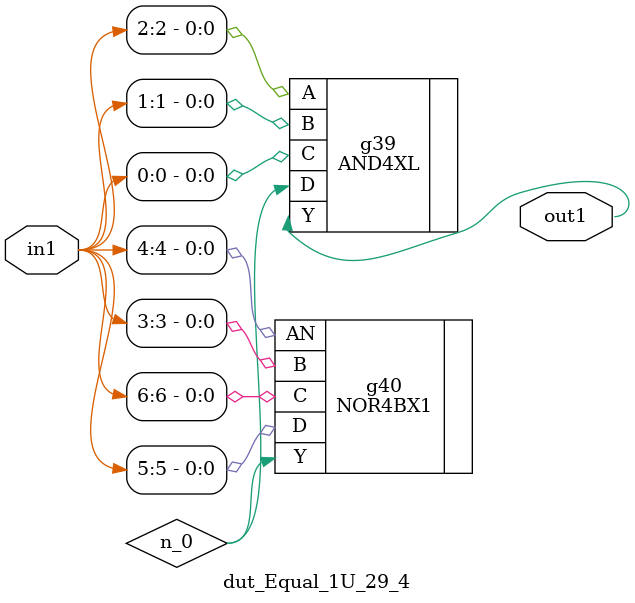
<source format=v>
`timescale 1ps / 1ps


module dut_Equal_1U_29_4(in1, out1);
  input [6:0] in1;
  output out1;
  wire [6:0] in1;
  wire out1;
  wire n_0;
  AND4XL g39(.A (in1[2]), .B (in1[1]), .C (in1[0]), .D (n_0), .Y
       (out1));
  NOR4BX1 g40(.AN (in1[4]), .B (in1[3]), .C (in1[6]), .D (in1[5]), .Y
       (n_0));
endmodule



</source>
